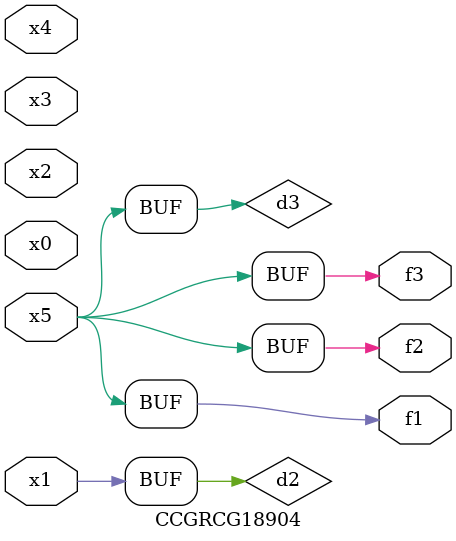
<source format=v>
module CCGRCG18904(
	input x0, x1, x2, x3, x4, x5,
	output f1, f2, f3
);

	wire d1, d2, d3;

	not (d1, x5);
	or (d2, x1);
	xnor (d3, d1);
	assign f1 = d3;
	assign f2 = d3;
	assign f3 = d3;
endmodule

</source>
